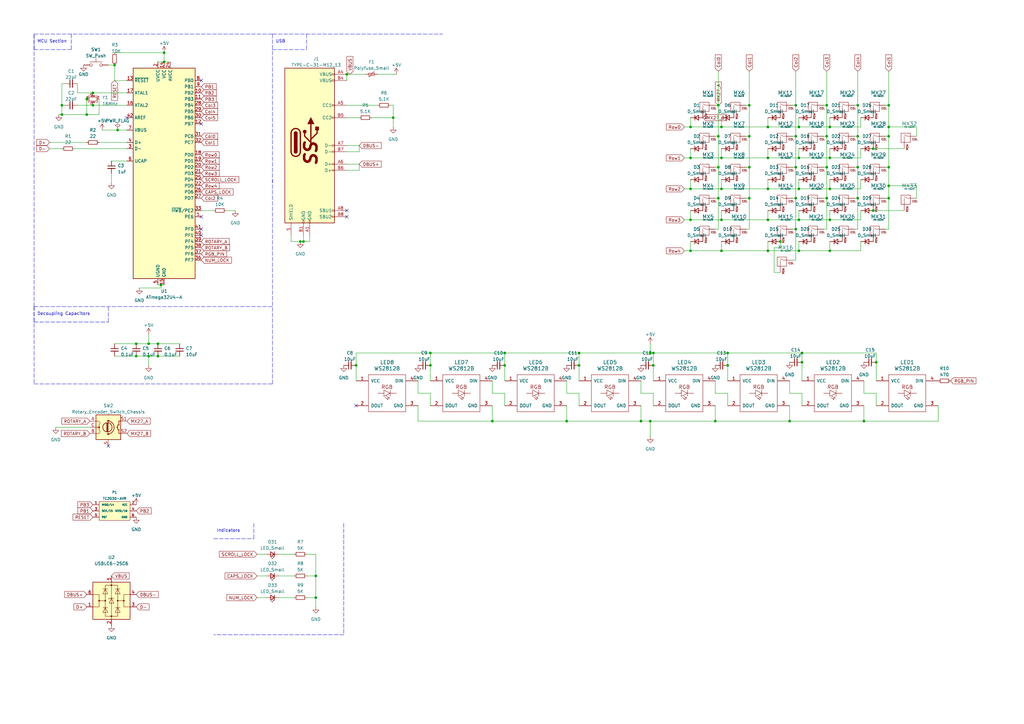
<source format=kicad_sch>
(kicad_sch (version 20210406) (generator eeschema)
  (paper "A3")
  (title_block (title "Ahoy Macropad") (rev "0.1"))
  (junction (at 25.4 43.18) (diameter 0.9144))
  (junction (at 25.4 46.99) (diameter 0.9144))
  (junction (at 35.56 40.64) (diameter 0.9144))
  (junction (at 35.56 46.99) (diameter 0.9144))
  (junction (at 38.1 38.1) (diameter 0.9144))
  (junction (at 38.1 43.18) (diameter 0.9144))
  (junction (at 46.99 26.67) (diameter 0.9144))
  (junction (at 48.26 53.34) (diameter 0.9144))
  (junction (at 55.88 140.97) (diameter 0.9144))
  (junction (at 55.88 146.05) (diameter 0.9144))
  (junction (at 60.96 140.97) (diameter 0.9144))
  (junction (at 60.96 146.05) (diameter 0.9144))
  (junction (at 64.77 140.97) (diameter 0.9144))
  (junction (at 64.77 146.05) (diameter 0.9144))
  (junction (at 66.04 116.84) (diameter 0.9144))
  (junction (at 67.31 21.59) (diameter 0.9144))
  (junction (at 67.31 25.4) (diameter 0.9144))
  (junction (at 123.19 99.06) (diameter 0.9144))
  (junction (at 124.46 99.06) (diameter 0.9144))
  (junction (at 129.54 236.22) (diameter 0.9144))
  (junction (at 129.54 245.11) (diameter 0.9144))
  (junction (at 142.24 30.48) (diameter 0.9144))
  (junction (at 146.05 149.86) (diameter 0.9144))
  (junction (at 161.29 48.26) (diameter 0.9144))
  (junction (at 176.53 144.78) (diameter 0.9144))
  (junction (at 176.53 149.86) (diameter 0.9144))
  (junction (at 201.93 172.72) (diameter 0.9144))
  (junction (at 207.01 144.78) (diameter 0.9144))
  (junction (at 207.01 149.86) (diameter 0.9144))
  (junction (at 232.41 172.72) (diameter 0.9144))
  (junction (at 237.49 144.78) (diameter 0.9144))
  (junction (at 237.49 149.86) (diameter 0.9144))
  (junction (at 262.89 172.72) (diameter 0.9144))
  (junction (at 266.7 144.78) (diameter 0.9144))
  (junction (at 266.7 172.72) (diameter 0.9144))
  (junction (at 267.97 144.78) (diameter 0.9144))
  (junction (at 267.97 149.86) (diameter 0.9144))
  (junction (at 283.21 52.07) (diameter 0.9144))
  (junction (at 283.21 64.77) (diameter 0.9144))
  (junction (at 283.21 77.47) (diameter 0.9144))
  (junction (at 283.21 90.17) (diameter 0.9144))
  (junction (at 283.21 102.87) (diameter 0.9144))
  (junction (at 293.37 172.72) (diameter 0.9144))
  (junction (at 294.64 43.18) (diameter 0.9144))
  (junction (at 294.64 55.88) (diameter 0.9144))
  (junction (at 294.64 68.58) (diameter 0.9144))
  (junction (at 294.64 81.28) (diameter 0.9144))
  (junction (at 295.91 52.07) (diameter 0.9144))
  (junction (at 295.91 64.77) (diameter 0.9144))
  (junction (at 295.91 77.47) (diameter 0.9144))
  (junction (at 295.91 90.17) (diameter 0.9144))
  (junction (at 295.91 102.87) (diameter 0.9144))
  (junction (at 298.45 144.78) (diameter 0.9144))
  (junction (at 298.45 149.86) (diameter 0.9144))
  (junction (at 307.34 43.18) (diameter 0.9144))
  (junction (at 307.34 55.88) (diameter 0.9144))
  (junction (at 307.34 68.58) (diameter 0.9144))
  (junction (at 307.34 81.28) (diameter 0.9144))
  (junction (at 314.96 52.07) (diameter 0.9144))
  (junction (at 314.96 64.77) (diameter 0.9144))
  (junction (at 314.96 77.47) (diameter 0.9144))
  (junction (at 314.96 90.17) (diameter 0.9144))
  (junction (at 314.96 102.87) (diameter 0.9144))
  (junction (at 320.04 99.06) (diameter 0.9144))
  (junction (at 323.85 172.72) (diameter 0.9144))
  (junction (at 326.39 43.18) (diameter 0.9144))
  (junction (at 326.39 55.88) (diameter 0.9144))
  (junction (at 326.39 68.58) (diameter 0.9144))
  (junction (at 326.39 81.28) (diameter 0.9144))
  (junction (at 326.39 93.98) (diameter 0.9144))
  (junction (at 327.66 52.07) (diameter 0.9144))
  (junction (at 327.66 64.77) (diameter 0.9144))
  (junction (at 327.66 77.47) (diameter 0.9144))
  (junction (at 327.66 90.17) (diameter 0.9144))
  (junction (at 327.66 102.87) (diameter 0.9144))
  (junction (at 328.93 144.78) (diameter 0.9144))
  (junction (at 328.93 148.59) (diameter 0.9144))
  (junction (at 339.09 43.18) (diameter 0.9144))
  (junction (at 339.09 55.88) (diameter 0.9144))
  (junction (at 339.09 68.58) (diameter 0.9144))
  (junction (at 339.09 81.28) (diameter 0.9144))
  (junction (at 340.36 52.07) (diameter 0.9144))
  (junction (at 340.36 64.77) (diameter 0.9144))
  (junction (at 340.36 77.47) (diameter 0.9144))
  (junction (at 340.36 90.17) (diameter 0.9144))
  (junction (at 340.36 102.87) (diameter 0.9144))
  (junction (at 351.79 43.18) (diameter 0.9144))
  (junction (at 351.79 55.88) (diameter 0.9144))
  (junction (at 351.79 68.58) (diameter 0.9144))
  (junction (at 351.79 81.28) (diameter 0.9144))
  (junction (at 354.33 172.72) (diameter 0.9144))
  (junction (at 358.14 60.96) (diameter 0.9144))
  (junction (at 358.14 86.36) (diameter 0.9144))
  (junction (at 359.41 148.59) (diameter 0.9144))
  (junction (at 364.49 43.18) (diameter 0.9144))
  (junction (at 364.49 52.07) (diameter 0.9144))
  (junction (at 364.49 55.88) (diameter 0.9144))
  (junction (at 364.49 68.58) (diameter 0.9144))
  (junction (at 364.49 76.2) (diameter 0.9144))
  (junction (at 364.49 81.28) (diameter 0.9144))
  (no_connect (at 44.45 182.88))
  (no_connect (at 52.07 48.26))
  (no_connect (at 82.55 33.02))
  (no_connect (at 82.55 50.8))
  (no_connect (at 82.55 88.9))
  (no_connect (at 82.55 93.98))
  (no_connect (at 82.55 96.52))
  (no_connect (at 142.24 86.36))
  (no_connect (at 142.24 88.9))
  (no_connect (at 146.05 166.37))
  (wire (pts (xy 20.32 58.42) (xy 35.56 58.42)))
  (wire (pts (xy 20.32 60.96) (xy 25.4 60.96)))
  (wire (pts (xy 22.86 175.26) (xy 36.83 175.26)))
  (wire (pts (xy 24.13 46.99) (xy 25.4 46.99)))
  (wire (pts (xy 25.4 34.29) (xy 25.4 43.18)))
  (wire (pts (xy 25.4 34.29) (xy 26.67 34.29)))
  (wire (pts (xy 25.4 43.18) (xy 25.4 46.99)))
  (wire (pts (xy 25.4 43.18) (xy 26.67 43.18)))
  (wire (pts (xy 25.4 46.99) (xy 35.56 46.99)))
  (wire (pts (xy 30.48 60.96) (xy 52.07 60.96)))
  (wire (pts (xy 31.75 34.29) (xy 31.75 38.1)))
  (wire (pts (xy 31.75 38.1) (xy 38.1 38.1)))
  (wire (pts (xy 31.75 43.18) (xy 38.1 43.18)))
  (wire (pts (xy 35.56 39.37) (xy 35.56 40.64)))
  (wire (pts (xy 35.56 46.99) (xy 35.56 40.64)))
  (wire (pts (xy 38.1 38.1) (xy 52.07 38.1)))
  (wire (pts (xy 38.1 43.18) (xy 52.07 43.18)))
  (wire (pts (xy 40.64 40.64) (xy 40.64 46.99)))
  (wire (pts (xy 40.64 46.99) (xy 35.56 46.99)))
  (wire (pts (xy 40.64 58.42) (xy 52.07 58.42)))
  (wire (pts (xy 41.91 53.34) (xy 48.26 53.34)))
  (wire (pts (xy 44.45 26.67) (xy 46.99 26.67)))
  (wire (pts (xy 45.72 66.04) (xy 52.07 66.04)))
  (wire (pts (xy 45.72 71.12) (xy 45.72 74.93)))
  (wire (pts (xy 46.99 21.59) (xy 67.31 21.59)))
  (wire (pts (xy 46.99 33.02) (xy 46.99 26.67)))
  (wire (pts (xy 46.99 33.02) (xy 52.07 33.02)))
  (wire (pts (xy 46.99 140.97) (xy 55.88 140.97)))
  (wire (pts (xy 46.99 146.05) (xy 55.88 146.05)))
  (wire (pts (xy 48.26 53.34) (xy 52.07 53.34)))
  (wire (pts (xy 55.88 146.05) (xy 60.96 146.05)))
  (wire (pts (xy 60.96 137.16) (xy 60.96 140.97)))
  (wire (pts (xy 60.96 140.97) (xy 55.88 140.97)))
  (wire (pts (xy 60.96 140.97) (xy 64.77 140.97)))
  (wire (pts (xy 60.96 146.05) (xy 60.96 149.86)))
  (wire (pts (xy 60.96 146.05) (xy 64.77 146.05)))
  (wire (pts (xy 64.77 25.4) (xy 67.31 25.4)))
  (wire (pts (xy 64.77 116.84) (xy 66.04 116.84)))
  (wire (pts (xy 64.77 140.97) (xy 73.66 140.97)))
  (wire (pts (xy 64.77 146.05) (xy 73.66 146.05)))
  (wire (pts (xy 66.04 116.84) (xy 66.04 118.11)))
  (wire (pts (xy 66.04 116.84) (xy 67.31 116.84)))
  (wire (pts (xy 66.04 118.11) (xy 57.15 118.11)))
  (wire (pts (xy 67.31 21.59) (xy 67.31 25.4)))
  (wire (pts (xy 67.31 25.4) (xy 69.85 25.4)))
  (wire (pts (xy 82.55 86.36) (xy 87.63 86.36)))
  (wire (pts (xy 92.71 86.36) (xy 96.52 86.36)))
  (wire (pts (xy 105.41 227.33) (xy 109.22 227.33)))
  (wire (pts (xy 105.41 236.22) (xy 109.22 236.22)))
  (wire (pts (xy 105.41 245.11) (xy 109.22 245.11)))
  (wire (pts (xy 114.3 227.33) (xy 120.65 227.33)))
  (wire (pts (xy 114.3 236.22) (xy 120.65 236.22)))
  (wire (pts (xy 114.3 245.11) (xy 120.65 245.11)))
  (wire (pts (xy 119.38 96.52) (xy 119.38 99.06)))
  (wire (pts (xy 119.38 99.06) (xy 123.19 99.06)))
  (wire (pts (xy 124.46 96.52) (xy 124.46 99.06)))
  (wire (pts (xy 124.46 99.06) (xy 123.19 99.06)))
  (wire (pts (xy 125.73 227.33) (xy 129.54 227.33)))
  (wire (pts (xy 125.73 236.22) (xy 129.54 236.22)))
  (wire (pts (xy 125.73 245.11) (xy 129.54 245.11)))
  (wire (pts (xy 127 96.52) (xy 127 99.06)))
  (wire (pts (xy 127 99.06) (xy 124.46 99.06)))
  (wire (pts (xy 129.54 227.33) (xy 129.54 236.22)))
  (wire (pts (xy 129.54 236.22) (xy 129.54 245.11)))
  (wire (pts (xy 129.54 245.11) (xy 129.54 248.92)))
  (wire (pts (xy 142.24 30.48) (xy 142.24 33.02)))
  (wire (pts (xy 142.24 30.48) (xy 149.86 30.48)))
  (wire (pts (xy 142.24 43.18) (xy 154.94 43.18)))
  (wire (pts (xy 142.24 48.26) (xy 147.32 48.26)))
  (wire (pts (xy 142.24 59.69) (xy 147.32 59.69)))
  (wire (pts (xy 142.24 62.23) (xy 147.32 62.23)))
  (wire (pts (xy 142.24 67.31) (xy 147.32 67.31)))
  (wire (pts (xy 142.24 69.85) (xy 147.32 69.85)))
  (wire (pts (xy 146.05 144.78) (xy 146.05 149.86)))
  (wire (pts (xy 146.05 144.78) (xy 176.53 144.78)))
  (wire (pts (xy 146.05 149.86) (xy 146.05 156.21)))
  (wire (pts (xy 147.32 62.23) (xy 147.32 59.69)))
  (wire (pts (xy 147.32 69.85) (xy 147.32 67.31)))
  (wire (pts (xy 152.4 48.26) (xy 161.29 48.26)))
  (wire (pts (xy 154.94 30.48) (xy 162.56 30.48)))
  (wire (pts (xy 160.02 43.18) (xy 161.29 43.18)))
  (wire (pts (xy 161.29 43.18) (xy 161.29 48.26)))
  (wire (pts (xy 161.29 48.26) (xy 161.29 52.07)))
  (wire (pts (xy 171.45 156.21) (xy 171.45 161.29)))
  (wire (pts (xy 171.45 166.37) (xy 171.45 172.72)))
  (wire (pts (xy 171.45 172.72) (xy 201.93 172.72)))
  (wire (pts (xy 176.53 144.78) (xy 176.53 149.86)))
  (wire (pts (xy 176.53 144.78) (xy 207.01 144.78)))
  (wire (pts (xy 176.53 149.86) (xy 176.53 156.21)))
  (wire (pts (xy 176.53 161.29) (xy 171.45 161.29)))
  (wire (pts (xy 176.53 166.37) (xy 176.53 161.29)))
  (wire (pts (xy 201.93 161.29) (xy 201.93 156.21)))
  (wire (pts (xy 201.93 172.72) (xy 201.93 166.37)))
  (wire (pts (xy 201.93 172.72) (xy 232.41 172.72)))
  (wire (pts (xy 207.01 144.78) (xy 207.01 149.86)))
  (wire (pts (xy 207.01 144.78) (xy 237.49 144.78)))
  (wire (pts (xy 207.01 149.86) (xy 207.01 156.21)))
  (wire (pts (xy 207.01 161.29) (xy 201.93 161.29)))
  (wire (pts (xy 207.01 166.37) (xy 207.01 161.29)))
  (wire (pts (xy 232.41 161.29) (xy 232.41 156.21)))
  (wire (pts (xy 232.41 172.72) (xy 232.41 166.37)))
  (wire (pts (xy 232.41 172.72) (xy 262.89 172.72)))
  (wire (pts (xy 237.49 144.78) (xy 237.49 149.86)))
  (wire (pts (xy 237.49 144.78) (xy 266.7 144.78)))
  (wire (pts (xy 237.49 149.86) (xy 237.49 156.21)))
  (wire (pts (xy 237.49 161.29) (xy 232.41 161.29)))
  (wire (pts (xy 237.49 166.37) (xy 237.49 161.29)))
  (wire (pts (xy 262.89 161.29) (xy 262.89 156.21)))
  (wire (pts (xy 262.89 172.72) (xy 262.89 166.37)))
  (wire (pts (xy 262.89 172.72) (xy 266.7 172.72)))
  (wire (pts (xy 266.7 140.97) (xy 266.7 144.78)))
  (wire (pts (xy 266.7 144.78) (xy 267.97 144.78)))
  (wire (pts (xy 266.7 172.72) (xy 266.7 179.07)))
  (wire (pts (xy 266.7 172.72) (xy 293.37 172.72)))
  (wire (pts (xy 267.97 144.78) (xy 267.97 149.86)))
  (wire (pts (xy 267.97 144.78) (xy 298.45 144.78)))
  (wire (pts (xy 267.97 149.86) (xy 267.97 156.21)))
  (wire (pts (xy 267.97 161.29) (xy 262.89 161.29)))
  (wire (pts (xy 267.97 166.37) (xy 267.97 161.29)))
  (wire (pts (xy 280.67 52.07) (xy 283.21 52.07)))
  (wire (pts (xy 280.67 64.77) (xy 283.21 64.77)))
  (wire (pts (xy 280.67 77.47) (xy 283.21 77.47)))
  (wire (pts (xy 280.67 90.17) (xy 283.21 90.17)))
  (wire (pts (xy 280.67 102.87) (xy 283.21 102.87)))
  (wire (pts (xy 283.21 48.26) (xy 283.21 52.07)))
  (wire (pts (xy 283.21 52.07) (xy 295.91 52.07)))
  (wire (pts (xy 283.21 60.96) (xy 283.21 64.77)))
  (wire (pts (xy 283.21 64.77) (xy 295.91 64.77)))
  (wire (pts (xy 283.21 73.66) (xy 283.21 77.47)))
  (wire (pts (xy 283.21 77.47) (xy 295.91 77.47)))
  (wire (pts (xy 283.21 86.36) (xy 283.21 90.17)))
  (wire (pts (xy 283.21 90.17) (xy 295.91 90.17)))
  (wire (pts (xy 283.21 99.06) (xy 283.21 102.87)))
  (wire (pts (xy 283.21 102.87) (xy 295.91 102.87)))
  (wire (pts (xy 293.37 161.29) (xy 293.37 156.21)))
  (wire (pts (xy 293.37 172.72) (xy 293.37 166.37)))
  (wire (pts (xy 293.37 172.72) (xy 323.85 172.72)))
  (wire (pts (xy 294.64 29.21) (xy 294.64 43.18)))
  (wire (pts (xy 294.64 43.18) (xy 293.37 43.18)))
  (wire (pts (xy 294.64 43.18) (xy 294.64 55.88)))
  (wire (pts (xy 294.64 55.88) (xy 293.37 55.88)))
  (wire (pts (xy 294.64 55.88) (xy 294.64 68.58)))
  (wire (pts (xy 294.64 68.58) (xy 293.37 68.58)))
  (wire (pts (xy 294.64 68.58) (xy 294.64 81.28)))
  (wire (pts (xy 294.64 81.28) (xy 293.37 81.28)))
  (wire (pts (xy 294.64 81.28) (xy 294.64 93.98)))
  (wire (pts (xy 294.64 93.98) (xy 293.37 93.98)))
  (wire (pts (xy 295.91 48.26) (xy 295.91 52.07)))
  (wire (pts (xy 295.91 52.07) (xy 314.96 52.07)))
  (wire (pts (xy 295.91 60.96) (xy 295.91 64.77)))
  (wire (pts (xy 295.91 64.77) (xy 314.96 64.77)))
  (wire (pts (xy 295.91 73.66) (xy 295.91 77.47)))
  (wire (pts (xy 295.91 77.47) (xy 314.96 77.47)))
  (wire (pts (xy 295.91 86.36) (xy 295.91 90.17)))
  (wire (pts (xy 295.91 90.17) (xy 314.96 90.17)))
  (wire (pts (xy 295.91 99.06) (xy 295.91 102.87)))
  (wire (pts (xy 295.91 102.87) (xy 314.96 102.87)))
  (wire (pts (xy 298.45 144.78) (xy 298.45 149.86)))
  (wire (pts (xy 298.45 144.78) (xy 328.93 144.78)))
  (wire (pts (xy 298.45 149.86) (xy 298.45 156.21)))
  (wire (pts (xy 298.45 161.29) (xy 293.37 161.29)))
  (wire (pts (xy 298.45 166.37) (xy 298.45 161.29)))
  (wire (pts (xy 306.07 43.18) (xy 307.34 43.18)))
  (wire (pts (xy 307.34 29.21) (xy 307.34 43.18)))
  (wire (pts (xy 307.34 43.18) (xy 307.34 55.88)))
  (wire (pts (xy 307.34 55.88) (xy 306.07 55.88)))
  (wire (pts (xy 307.34 55.88) (xy 307.34 68.58)))
  (wire (pts (xy 307.34 68.58) (xy 306.07 68.58)))
  (wire (pts (xy 307.34 68.58) (xy 307.34 81.28)))
  (wire (pts (xy 307.34 81.28) (xy 306.07 81.28)))
  (wire (pts (xy 307.34 81.28) (xy 307.34 93.98)))
  (wire (pts (xy 307.34 93.98) (xy 306.07 93.98)))
  (wire (pts (xy 314.96 48.26) (xy 314.96 52.07)))
  (wire (pts (xy 314.96 52.07) (xy 327.66 52.07)))
  (wire (pts (xy 314.96 60.96) (xy 314.96 64.77)))
  (wire (pts (xy 314.96 64.77) (xy 327.66 64.77)))
  (wire (pts (xy 314.96 73.66) (xy 314.96 77.47)))
  (wire (pts (xy 314.96 77.47) (xy 327.66 77.47)))
  (wire (pts (xy 314.96 86.36) (xy 314.96 90.17)))
  (wire (pts (xy 314.96 90.17) (xy 327.66 90.17)))
  (wire (pts (xy 314.96 99.06) (xy 314.96 102.87)))
  (wire (pts (xy 314.96 102.87) (xy 327.66 102.87)))
  (wire (pts (xy 317.5 101.6) (xy 320.04 101.6)))
  (wire (pts (xy 317.5 111.76) (xy 317.5 101.6)))
  (wire (pts (xy 320.04 101.6) (xy 320.04 99.06)))
  (wire (pts (xy 320.04 111.76) (xy 317.5 111.76)))
  (wire (pts (xy 323.85 161.29) (xy 323.85 156.21)))
  (wire (pts (xy 323.85 172.72) (xy 323.85 166.37)))
  (wire (pts (xy 323.85 172.72) (xy 354.33 172.72)))
  (wire (pts (xy 325.12 43.18) (xy 326.39 43.18)))
  (wire (pts (xy 325.12 68.58) (xy 326.39 68.58)))
  (wire (pts (xy 325.12 93.98) (xy 326.39 93.98)))
  (wire (pts (xy 326.39 29.21) (xy 326.39 43.18)))
  (wire (pts (xy 326.39 43.18) (xy 326.39 55.88)))
  (wire (pts (xy 326.39 55.88) (xy 325.12 55.88)))
  (wire (pts (xy 326.39 55.88) (xy 326.39 68.58)))
  (wire (pts (xy 326.39 68.58) (xy 326.39 81.28)))
  (wire (pts (xy 326.39 81.28) (xy 325.12 81.28)))
  (wire (pts (xy 326.39 93.98) (xy 326.39 81.28)))
  (wire (pts (xy 326.39 93.98) (xy 326.39 106.68)))
  (wire (pts (xy 326.39 106.68) (xy 325.12 106.68)))
  (wire (pts (xy 327.66 48.26) (xy 327.66 52.07)))
  (wire (pts (xy 327.66 52.07) (xy 340.36 52.07)))
  (wire (pts (xy 327.66 60.96) (xy 327.66 64.77)))
  (wire (pts (xy 327.66 64.77) (xy 340.36 64.77)))
  (wire (pts (xy 327.66 73.66) (xy 327.66 77.47)))
  (wire (pts (xy 327.66 77.47) (xy 340.36 77.47)))
  (wire (pts (xy 327.66 86.36) (xy 327.66 90.17)))
  (wire (pts (xy 327.66 90.17) (xy 340.36 90.17)))
  (wire (pts (xy 327.66 99.06) (xy 327.66 102.87)))
  (wire (pts (xy 327.66 102.87) (xy 340.36 102.87)))
  (wire (pts (xy 328.93 144.78) (xy 328.93 148.59)))
  (wire (pts (xy 328.93 144.78) (xy 359.41 144.78)))
  (wire (pts (xy 328.93 148.59) (xy 328.93 156.21)))
  (wire (pts (xy 328.93 161.29) (xy 323.85 161.29)))
  (wire (pts (xy 328.93 166.37) (xy 328.93 161.29)))
  (wire (pts (xy 339.09 29.21) (xy 339.09 43.18)))
  (wire (pts (xy 339.09 43.18) (xy 337.82 43.18)))
  (wire (pts (xy 339.09 43.18) (xy 339.09 55.88)))
  (wire (pts (xy 339.09 55.88) (xy 337.82 55.88)))
  (wire (pts (xy 339.09 55.88) (xy 339.09 68.58)))
  (wire (pts (xy 339.09 68.58) (xy 337.82 68.58)))
  (wire (pts (xy 339.09 68.58) (xy 339.09 81.28)))
  (wire (pts (xy 339.09 81.28) (xy 337.82 81.28)))
  (wire (pts (xy 339.09 81.28) (xy 339.09 93.98)))
  (wire (pts (xy 339.09 93.98) (xy 337.82 93.98)))
  (wire (pts (xy 340.36 48.26) (xy 340.36 52.07)))
  (wire (pts (xy 340.36 52.07) (xy 353.06 52.07)))
  (wire (pts (xy 340.36 60.96) (xy 340.36 64.77)))
  (wire (pts (xy 340.36 64.77) (xy 353.06 64.77)))
  (wire (pts (xy 340.36 73.66) (xy 340.36 77.47)))
  (wire (pts (xy 340.36 77.47) (xy 353.06 77.47)))
  (wire (pts (xy 340.36 86.36) (xy 340.36 90.17)))
  (wire (pts (xy 340.36 90.17) (xy 353.06 90.17)))
  (wire (pts (xy 340.36 99.06) (xy 340.36 102.87)))
  (wire (pts (xy 340.36 102.87) (xy 353.06 102.87)))
  (wire (pts (xy 351.79 29.21) (xy 351.79 43.18)))
  (wire (pts (xy 351.79 43.18) (xy 350.52 43.18)))
  (wire (pts (xy 351.79 43.18) (xy 351.79 55.88)))
  (wire (pts (xy 351.79 55.88) (xy 350.52 55.88)))
  (wire (pts (xy 351.79 55.88) (xy 351.79 68.58)))
  (wire (pts (xy 351.79 68.58) (xy 350.52 68.58)))
  (wire (pts (xy 351.79 68.58) (xy 351.79 81.28)))
  (wire (pts (xy 351.79 81.28) (xy 350.52 81.28)))
  (wire (pts (xy 351.79 81.28) (xy 351.79 93.98)))
  (wire (pts (xy 351.79 93.98) (xy 350.52 93.98)))
  (wire (pts (xy 353.06 48.26) (xy 353.06 52.07)))
  (wire (pts (xy 353.06 60.96) (xy 353.06 64.77)))
  (wire (pts (xy 353.06 77.47) (xy 353.06 73.66)))
  (wire (pts (xy 353.06 90.17) (xy 353.06 86.36)))
  (wire (pts (xy 353.06 102.87) (xy 353.06 99.06)))
  (wire (pts (xy 354.33 161.29) (xy 354.33 156.21)))
  (wire (pts (xy 354.33 172.72) (xy 354.33 166.37)))
  (wire (pts (xy 354.33 172.72) (xy 384.81 172.72)))
  (wire (pts (xy 358.14 60.96) (xy 370.84 60.96)))
  (wire (pts (xy 358.14 86.36) (xy 370.84 86.36)))
  (wire (pts (xy 359.41 144.78) (xy 359.41 148.59)))
  (wire (pts (xy 359.41 148.59) (xy 359.41 156.21)))
  (wire (pts (xy 359.41 161.29) (xy 354.33 161.29)))
  (wire (pts (xy 359.41 166.37) (xy 359.41 161.29)))
  (wire (pts (xy 363.22 68.58) (xy 364.49 68.58)))
  (wire (pts (xy 364.49 29.21) (xy 364.49 43.18)))
  (wire (pts (xy 364.49 43.18) (xy 363.22 43.18)))
  (wire (pts (xy 364.49 43.18) (xy 364.49 52.07)))
  (wire (pts (xy 364.49 52.07) (xy 364.49 55.88)))
  (wire (pts (xy 364.49 52.07) (xy 375.92 52.07)))
  (wire (pts (xy 364.49 55.88) (xy 363.22 55.88)))
  (wire (pts (xy 364.49 55.88) (xy 364.49 68.58)))
  (wire (pts (xy 364.49 68.58) (xy 364.49 76.2)))
  (wire (pts (xy 364.49 76.2) (xy 364.49 81.28)))
  (wire (pts (xy 364.49 76.2) (xy 375.92 76.2)))
  (wire (pts (xy 364.49 81.28) (xy 363.22 81.28)))
  (wire (pts (xy 364.49 81.28) (xy 364.49 93.98)))
  (wire (pts (xy 364.49 93.98) (xy 363.22 93.98)))
  (wire (pts (xy 375.92 52.07) (xy 375.92 55.88)))
  (wire (pts (xy 375.92 76.2) (xy 375.92 81.28)))
  (wire (pts (xy 384.81 172.72) (xy 384.81 166.37)))
  (polyline (pts (xy 13.97 13.97) (xy 13.97 20.32)) (stroke (width 0) (type dash)))
  (polyline (pts (xy 13.97 13.97) (xy 111.76 13.97)) (stroke (width 0) (type dash)))
  (polyline (pts (xy 13.97 20.32) (xy 29.21 20.32)) (stroke (width 0) (type dash)))
  (polyline (pts (xy 13.97 125.73) (xy 13.97 13.97)) (stroke (width 0) (type dash)))
  (polyline (pts (xy 13.97 125.73) (xy 13.97 132.08)) (stroke (width 0) (type dash)))
  (polyline (pts (xy 13.97 125.73) (xy 13.97 157.48)) (stroke (width 0) (type dash)))
  (polyline (pts (xy 13.97 125.73) (xy 111.76 125.73)) (stroke (width 0) (type dash)))
  (polyline (pts (xy 13.97 132.08) (xy 44.45 132.08)) (stroke (width 0) (type dash)))
  (polyline (pts (xy 13.97 157.48) (xy 111.76 157.48)) (stroke (width 0) (type dash)))
  (polyline (pts (xy 29.21 13.97) (xy 29.21 20.32)) (stroke (width 0) (type dash)))
  (polyline (pts (xy 44.45 132.08) (xy 44.45 125.73)) (stroke (width 0) (type dash)))
  (polyline (pts (xy 87.63 220.98) (xy 104.14 220.98)) (stroke (width 0) (type dash)))
  (polyline (pts (xy 104.14 214.63) (xy 104.14 220.98)) (stroke (width 0) (type dash)))
  (polyline (pts (xy 111.76 13.97) (xy 111.76 125.73)) (stroke (width 0) (type dash)))
  (polyline (pts (xy 111.76 13.97) (xy 181.61 13.97)) (stroke (width 0) (type dash)))
  (polyline (pts (xy 111.76 20.32) (xy 125.73 20.32)) (stroke (width 0) (type dash)))
  (polyline (pts (xy 111.76 74.93) (xy 111.76 73.66)) (stroke (width 0) (type dash)))
  (polyline (pts (xy 111.76 157.48) (xy 111.76 125.73)) (stroke (width 0) (type dash)))
  (polyline (pts (xy 125.73 13.97) (xy 125.73 20.32)) (stroke (width 0) (type dash)))
  (polyline (pts (xy 140.97 214.63) (xy 140.97 260.35)) (stroke (width 0) (type dash)))
  (polyline (pts (xy 140.97 260.35) (xy 87.63 260.35)) (stroke (width 0) (type dash)))
  (text "MCU Section" (at 15.24 17.78 0) (effects (font (size 1.27 1.27)) (justify left bottom)))
  (text "Decoupling Capacitors" (at 15.24 129.54 0) (effects (font (size 1.27 1.27)) (justify left bottom)))
  (text "Indicators" (at 88.9 218.44 0) (effects (font (size 1.27 1.27)) (justify left bottom)))
  (text "USB" (at 113.03 17.78 0) (effects (font (size 1.27 1.27)) (justify left bottom)))
  (global_label "D+" (shape input) (at 20.32 58.42 180) (property "Intersheet References" "${INTERSHEET_REFS}" (effects hide)))
  (global_label "D-" (shape input) (at 20.32 60.96 180) (property "Intersheet References" "${INTERSHEET_REFS}" (effects hide)))
  (global_label "DBUS+" (shape input) (at 35.56 243.84 180) (property "Intersheet References" "${INTERSHEET_REFS}" (effects hide)))
  (global_label "D+" (shape input) (at 35.56 248.92 180) (property "Intersheet References" "${INTERSHEET_REFS}" (effects hide)))
  (global_label "ROTARY_A" (shape input) (at 36.83 172.72 180) (property "Intersheet References" "${INTERSHEET_REFS}" (effects hide)))
  (global_label "ROTARY_B" (shape input) (at 36.83 177.8 180) (property "Intersheet References" "${INTERSHEET_REFS}" (effects hide)))
  (global_label "PB3" (shape input) (at 38.1 207.01 180) (property "Intersheet References" "${INTERSHEET_REFS}" (effects hide)))
  (global_label "PB1" (shape input) (at 38.1 209.55 180) (property "Intersheet References" "${INTERSHEET_REFS}" (effects hide)))
  (global_label "RESET" (shape input) (at 38.1 212.09 180) (property "Intersheet References" "${INTERSHEET_REFS}" (effects hide)))
  (global_label "VBUS" (shape input) (at 45.72 236.22 0) (property "Intersheet References" "${INTERSHEET_REFS}" (effects hide)))
  (global_label "RESET" (shape input) (at 46.99 33.02 270) (property "Intersheet References" "${INTERSHEET_REFS}" (effects hide)))
  (global_label "MX27_A" (shape input) (at 52.07 172.72 0) (property "Intersheet References" "${INTERSHEET_REFS}" (effects hide)))
  (global_label "MX27_B" (shape input) (at 52.07 177.8 0) (property "Intersheet References" "${INTERSHEET_REFS}" (effects hide)))
  (global_label "PB2" (shape input) (at 55.88 209.55 0) (property "Intersheet References" "${INTERSHEET_REFS}" (effects hide)))
  (global_label "DBUS-" (shape input) (at 55.88 243.84 0) (property "Intersheet References" "${INTERSHEET_REFS}" (effects hide)))
  (global_label "D-" (shape input) (at 55.88 248.92 0) (property "Intersheet References" "${INTERSHEET_REFS}" (effects hide)))
  (global_label "PB1" (shape input) (at 82.55 35.56 0) (property "Intersheet References" "${INTERSHEET_REFS}" (effects hide)))
  (global_label "PB2" (shape input) (at 82.55 38.1 0) (property "Intersheet References" "${INTERSHEET_REFS}" (effects hide)))
  (global_label "PB3" (shape input) (at 82.55 40.64 0) (property "Intersheet References" "${INTERSHEET_REFS}" (effects hide)))
  (global_label "Col3" (shape input) (at 82.55 43.18 0) (property "Intersheet References" "${INTERSHEET_REFS}" (effects hide)))
  (global_label "Col4" (shape input) (at 82.55 45.72 0) (property "Intersheet References" "${INTERSHEET_REFS}" (effects hide)))
  (global_label "Col5" (shape input) (at 82.55 48.26 0) (property "Intersheet References" "${INTERSHEET_REFS}" (effects hide)))
  (global_label "Col0" (shape input) (at 82.55 55.88 0) (property "Intersheet References" "${INTERSHEET_REFS}" (effects hide)))
  (global_label "Col1" (shape input) (at 82.55 58.42 0) (property "Intersheet References" "${INTERSHEET_REFS}" (effects hide)))
  (global_label "Row0" (shape input) (at 82.55 63.5 0) (property "Intersheet References" "${INTERSHEET_REFS}" (effects hide)))
  (global_label "Row1" (shape input) (at 82.55 66.04 0) (property "Intersheet References" "${INTERSHEET_REFS}" (effects hide)))
  (global_label "Row2" (shape input) (at 82.55 68.58 0) (property "Intersheet References" "${INTERSHEET_REFS}" (effects hide)))
  (global_label "Row3" (shape input) (at 82.55 71.12 0) (property "Intersheet References" "${INTERSHEET_REFS}" (effects hide)))
  (global_label "SCROLL_LOCK" (shape input) (at 82.55 73.66 0) (property "Intersheet References" "${INTERSHEET_REFS}" (effects hide)))
  (global_label "Row4" (shape input) (at 82.55 76.2 0) (property "Intersheet References" "${INTERSHEET_REFS}" (effects hide)))
  (global_label "CAPS_LOCK" (shape input) (at 82.55 78.74 0) (property "Intersheet References" "${INTERSHEET_REFS}" (effects hide)))
  (global_label "Col2" (shape input) (at 82.55 81.28 0) (property "Intersheet References" "${INTERSHEET_REFS}" (effects hide)))
  (global_label "ROTARY_A" (shape input) (at 82.55 99.06 0) (property "Intersheet References" "${INTERSHEET_REFS}" (effects hide)))
  (global_label "ROTARY_B" (shape input) (at 82.55 101.6 0) (property "Intersheet References" "${INTERSHEET_REFS}" (effects hide)))
  (global_label "RGB_PIN" (shape input) (at 82.55 104.14 0) (property "Intersheet References" "${INTERSHEET_REFS}" (effects hide)))
  (global_label "NUM_LOCK" (shape input) (at 82.55 106.68 0) (property "Intersheet References" "${INTERSHEET_REFS}" (effects hide)))
  (global_label "SCROLL_LOCK" (shape input) (at 105.41 227.33 180) (property "Intersheet References" "${INTERSHEET_REFS}" (effects hide)))
  (global_label "CAPS_LOCK" (shape input) (at 105.41 236.22 180) (property "Intersheet References" "${INTERSHEET_REFS}" (effects hide)))
  (global_label "NUM_LOCK" (shape input) (at 105.41 245.11 180) (property "Intersheet References" "${INTERSHEET_REFS}" (effects hide)))
  (global_label "VBUS" (shape input) (at 143.51 30.48 90) (property "Intersheet References" "${INTERSHEET_REFS}" (effects hide)))
  (global_label "DBUS-" (shape input) (at 147.32 59.69 0) (property "Intersheet References" "${INTERSHEET_REFS}" (effects hide)))
  (global_label "DBUS+" (shape input) (at 147.32 67.31 0) (property "Intersheet References" "${INTERSHEET_REFS}" (effects hide)))
  (global_label "Row0" (shape input) (at 280.67 52.07 180) (property "Intersheet References" "${INTERSHEET_REFS}" (effects hide)))
  (global_label "Row1" (shape input) (at 280.67 64.77 180) (property "Intersheet References" "${INTERSHEET_REFS}" (effects hide)))
  (global_label "Row2" (shape input) (at 280.67 77.47 180) (property "Intersheet References" "${INTERSHEET_REFS}" (effects hide)))
  (global_label "Row3" (shape input) (at 280.67 90.17 180) (property "Intersheet References" "${INTERSHEET_REFS}" (effects hide)))
  (global_label "Row4" (shape input) (at 280.67 102.87 180) (property "Intersheet References" "${INTERSHEET_REFS}" (effects hide)))
  (global_label "MX27_B" (shape input) (at 288.29 48.26 0) (property "Intersheet References" "${INTERSHEET_REFS}" (effects hide)))
  (global_label "Col0" (shape input) (at 294.64 29.21 90) (property "Intersheet References" "${INTERSHEET_REFS}" (effects hide)))
  (global_label "MX27_A" (shape input) (at 294.64 43.18 90) (property "Intersheet References" "${INTERSHEET_REFS}" (effects hide)))
  (global_label "Col1" (shape input) (at 307.34 29.21 90) (property "Intersheet References" "${INTERSHEET_REFS}" (effects hide)))
  (global_label "Col2" (shape input) (at 326.39 29.21 90) (property "Intersheet References" "${INTERSHEET_REFS}" (effects hide)))
  (global_label "Col3" (shape input) (at 339.09 29.21 90) (property "Intersheet References" "${INTERSHEET_REFS}" (effects hide)))
  (global_label "Col4" (shape input) (at 351.79 29.21 90) (property "Intersheet References" "${INTERSHEET_REFS}" (effects hide)))
  (global_label "Col5" (shape input) (at 364.49 29.21 90) (property "Intersheet References" "${INTERSHEET_REFS}" (effects hide)))
  (global_label "RGB_PIN" (shape input) (at 389.89 156.21 0) (property "Intersheet References" "${INTERSHEET_REFS}" (effects hide)))
  (symbol (lib_id "power:+5V") (at 41.91 53.34 0) (unit 1)
    (property "Reference" "#PWR03" (effects hide))
    (property "Value" "+5V" (at 41.91 49.53 0))
  )
  (symbol (lib_id "power:+5V") (at 55.88 207.01 0) (unit 1)
    (property "Reference" "#PWR0105" (effects hide))
    (property "Value" "+5V" (at 55.88 203.2 0))
  )
  (symbol (lib_id "power:+5V") (at 60.96 137.16 0) (unit 1)
    (property "Reference" "#PWR06" (effects hide))
    (property "Value" "+5V" (at 60.96 133.35 0))
  )
  (symbol (lib_id "power:+5V") (at 67.31 21.59 0) (unit 1)
    (property "Reference" "#PWR08" (effects hide))
    (property "Value" "+5V" (at 67.31 17.78 0))
  )
  (symbol (lib_id "power:+5V") (at 162.56 30.48 0) (unit 1)
    (property "Reference" "#PWR013" (effects hide))
    (property "Value" "+5V" (at 162.56 26.67 0))
  )
  (symbol (lib_id "power:+5V") (at 266.7 140.97 0) (unit 1)
    (property "Reference" "#PWR0102" (effects hide))
    (property "Value" "+5V" (at 266.7 137.16 0))
  )
  (symbol (lib_id "power:PWR_FLAG") (at 48.26 53.34 0) (unit 1)
    (property "Reference" "#FLG0101" (effects hide))
    (property "Value" "PWR_FLAG" (at 48.26 49.53 0))
  )
  (symbol (lib_id "power:GND") (at 22.86 175.26 0) (unit 1)
    (property "Reference" "#PWR0103" (effects hide))
    (property "Value" "GND" (at 22.86 180.34 0))
  )
  (symbol (lib_id "power:GND") (at 24.13 46.99 0) (unit 1)
    (property "Reference" "#PWR01" (effects hide))
    (property "Value" "GND" (at 24.13 52.07 0))
  )
  (symbol (lib_id "power:GND") (at 34.29 26.67 0) (unit 1)
    (property "Reference" "#PWR02" (effects hide))
    (property "Value" "GND" (at 34.29 30.48 0))
  )
  (symbol (lib_id "power:GND") (at 45.72 74.93 0) (unit 1)
    (property "Reference" "#PWR04" (effects hide))
    (property "Value" "GND" (at 45.72 80.01 0))
  )
  (symbol (lib_id "power:GND") (at 45.72 256.54 0) (unit 1)
    (property "Reference" "#PWR0106" (effects hide))
    (property "Value" "GND" (at 45.72 261.62 0))
  )
  (symbol (lib_id "power:GND") (at 55.88 212.09 0) (unit 1)
    (property "Reference" "#PWR0104" (effects hide))
    (property "Value" "GND" (at 55.88 217.17 0))
  )
  (symbol (lib_id "power:GND") (at 57.15 118.11 0) (unit 1)
    (property "Reference" "#PWR05" (effects hide))
    (property "Value" "GND" (at 57.15 123.19 0))
  )
  (symbol (lib_id "power:GND") (at 60.96 149.86 0) (unit 1)
    (property "Reference" "#PWR07" (effects hide))
    (property "Value" "GND" (at 60.96 154.94 0))
  )
  (symbol (lib_id "power:GND") (at 96.52 86.36 0) (unit 1)
    (property "Reference" "#PWR09" (effects hide))
    (property "Value" "GND" (at 96.52 91.44 0))
  )
  (symbol (lib_id "power:GND") (at 123.19 99.06 0) (unit 1)
    (property "Reference" "#PWR010" (effects hide))
    (property "Value" "GND" (at 123.19 104.14 0))
  )
  (symbol (lib_id "power:GND") (at 129.54 248.92 0) (unit 1)
    (property "Reference" "#PWR014" (effects hide))
    (property "Value" "GND" (at 129.54 254 0))
  )
  (symbol (lib_id "power:GND") (at 140.97 149.86 0) (unit 1)
    (property "Reference" "#PWR0111" (effects hide))
    (property "Value" "GND" (at 140.97 154.94 0))
  )
  (symbol (lib_id "power:GND") (at 161.29 52.07 0) (unit 1)
    (property "Reference" "#PWR012" (effects hide))
    (property "Value" "GND" (at 161.29 57.15 0))
  )
  (symbol (lib_id "power:GND") (at 171.45 149.86 0) (unit 1)
    (property "Reference" "#PWR0114" (effects hide))
    (property "Value" "GND" (at 171.45 154.94 0))
  )
  (symbol (lib_id "power:GND") (at 201.93 149.86 0) (unit 1)
    (property "Reference" "#PWR0112" (effects hide))
    (property "Value" "GND" (at 201.93 154.94 0))
  )
  (symbol (lib_id "power:GND") (at 232.41 149.86 0) (unit 1)
    (property "Reference" "#PWR0113" (effects hide))
    (property "Value" "GND" (at 232.41 154.94 0))
  )
  (symbol (lib_id "power:GND") (at 262.89 149.86 0) (unit 1)
    (property "Reference" "#PWR0107" (effects hide))
    (property "Value" "GND" (at 262.89 154.94 0))
  )
  (symbol (lib_id "power:GND") (at 266.7 179.07 0) (unit 1)
    (property "Reference" "#PWR0101" (effects hide))
    (property "Value" "GND" (at 266.7 184.15 0))
  )
  (symbol (lib_id "power:GND") (at 293.37 149.86 0) (unit 1)
    (property "Reference" "#PWR0108" (effects hide))
    (property "Value" "GND" (at 293.37 154.94 0))
  )
  (symbol (lib_id "power:GND") (at 323.85 148.59 0) (unit 1)
    (property "Reference" "#PWR0109" (effects hide))
    (property "Value" "GND" (at 323.85 153.67 0))
  )
  (symbol (lib_id "power:GND") (at 354.33 148.59 0) (unit 1)
    (property "Reference" "#PWR0110" (effects hide))
    (property "Value" "GND" (at 354.33 153.67 0))
  )
  (symbol (lib_id "Device:R_Small") (at 27.94 60.96 90) (unit 1)
    (property "Reference" "R1" (at 27.94 55.88 90))
    (property "Value" "22" (at 27.94 58.42 90))
    (property "Footprint" "Resistor_SMD:R_0805_2012Metric" (effects hide))
  )
  (symbol (lib_id "Device:R_Small") (at 38.1 58.42 270) (unit 1)
    (property "Reference" "R2" (at 38.1 53.34 90))
    (property "Value" "22" (at 38.1 55.88 90))
    (property "Footprint" "Resistor_SMD:R_0805_2012Metric" (effects hide))
  )
  (symbol (lib_id "Device:R_Small") (at 46.99 24.13 0) (unit 1)
    (property "Reference" "R3" (at 45.72 18.4149 0) (effects (justify left)))
    (property "Value" "10K" (at 45.72 20.9549 0) (effects (justify left)))
    (property "Footprint" "Resistor_SMD:R_0805_2012Metric" (effects hide))
  )
  (symbol (lib_id "Device:R_Small") (at 90.17 86.36 90) (unit 1)
    (property "Reference" "R4" (at 90.17 81.28 90))
    (property "Value" "10K" (at 90.17 83.82 90))
    (property "Footprint" "Resistor_SMD:R_0805_2012Metric" (effects hide))
  )
  (symbol (lib_id "Device:R_Small") (at 123.19 227.33 270) (unit 1)
    (property "Reference" "R7" (at 123.19 222.25 90))
    (property "Value" "5K" (at 123.19 224.79 90))
    (property "Footprint" "Resistor_SMD:R_0805_2012Metric" (effects hide))
  )
  (symbol (lib_id "Device:R_Small") (at 123.19 236.22 90) (unit 1)
    (property "Reference" "R8" (at 123.19 231.14 90))
    (property "Value" "5K" (at 123.19 233.68 90))
    (property "Footprint" "Resistor_SMD:R_0805_2012Metric" (effects hide))
  )
  (symbol (lib_id "Device:R_Small") (at 123.19 245.11 90) (unit 1)
    (property "Reference" "R9" (at 123.19 240.03 90))
    (property "Value" "5K" (at 123.19 242.57 90))
    (property "Footprint" "Resistor_SMD:R_0805_2012Metric" (effects hide))
  )
  (symbol (lib_id "Device:R_Small") (at 149.86 48.26 270) (unit 1)
    (property "Reference" "R5" (at 149.86 43.18 90))
    (property "Value" "5.1K" (at 149.86 45.72 90))
    (property "Footprint" "Resistor_SMD:R_0805_2012Metric" (effects hide))
  )
  (symbol (lib_id "Device:R_Small") (at 157.48 43.18 270) (unit 1)
    (property "Reference" "R6" (at 157.48 38.1 90))
    (property "Value" "5.1K" (at 157.48 40.64 90))
    (property "Footprint" "Resistor_SMD:R_0805_2012Metric" (effects hide))
  )
  (symbol (lib_id "Device:R_Small") (at 387.35 156.21 90) (unit 1)
    (property "Reference" "R10" (at 387.35 151.13 90))
    (property "Value" "470" (at 387.35 153.67 90))
    (property "Footprint" "Resistor_SMD:R_0805_2012Metric" (effects hide))
  )
  (symbol (lib_id "Device:Polyfuse_Small") (at 152.4 30.48 90) (unit 1)
    (property "Reference" "F1" (at 152.4 25.4 90))
    (property "Value" "Polyfuse_Small" (at 152.4 27.94 90))
    (property "Footprint" "Fuse:Fuse_1206_3216Metric" (effects hide))
  )
  (symbol (lib_id "Device:D_Small") (at 285.75 48.26 0) (unit 1)
    (property "Reference" "D1" (at 285.75 43.18 0))
    (property "Value" "D_Small" (at 285.75 45.72 0))
    (property "Footprint" "Diode_SMD:D_SOD-123" (effects hide))
  )
  (symbol (lib_id "Device:D_Small") (at 285.75 60.96 0) (unit 1)
    (property "Reference" "D2" (at 285.75 55.88 0))
    (property "Value" "D_Small" (at 285.75 58.42 0))
    (property "Footprint" "Diode_SMD:D_SOD-123" (effects hide))
  )
  (symbol (lib_id "Device:D_Small") (at 285.75 73.66 0) (unit 1)
    (property "Reference" "D3" (at 285.75 68.58 0))
    (property "Value" "D_Small" (at 285.75 71.12 0))
    (property "Footprint" "Diode_SMD:D_SOD-123" (effects hide))
  )
  (symbol (lib_id "Device:D_Small") (at 285.75 86.36 0) (unit 1)
    (property "Reference" "D4" (at 285.75 81.28 0))
    (property "Value" "D_Small" (at 285.75 83.82 0))
    (property "Footprint" "Diode_SMD:D_SOD-123" (effects hide))
  )
  (symbol (lib_id "Device:D_Small") (at 285.75 99.06 0) (unit 1)
    (property "Reference" "D5" (at 285.75 93.98 0))
    (property "Value" "D_Small" (at 285.75 96.52 0))
    (property "Footprint" "Diode_SMD:D_SOD-123" (effects hide))
  )
  (symbol (lib_id "Device:D_Small") (at 298.45 48.26 0) (unit 1)
    (property "Reference" "D6" (at 298.45 43.18 0))
    (property "Value" "D_Small" (at 298.45 45.72 0))
    (property "Footprint" "Diode_SMD:D_SOD-123" (effects hide))
  )
  (symbol (lib_id "Device:D_Small") (at 298.45 60.96 0) (unit 1)
    (property "Reference" "D7" (at 298.45 55.88 0))
    (property "Value" "D_Small" (at 298.45 58.42 0))
    (property "Footprint" "Diode_SMD:D_SOD-123" (effects hide))
  )
  (symbol (lib_id "Device:D_Small") (at 298.45 73.66 0) (unit 1)
    (property "Reference" "D8" (at 298.45 68.58 0))
    (property "Value" "D_Small" (at 298.45 71.12 0))
    (property "Footprint" "Diode_SMD:D_SOD-123" (effects hide))
  )
  (symbol (lib_id "Device:D_Small") (at 298.45 86.36 0) (unit 1)
    (property "Reference" "D9" (at 298.45 81.28 0))
    (property "Value" "D_Small" (at 298.45 83.82 0))
    (property "Footprint" "Diode_SMD:D_SOD-123" (effects hide))
  )
  (symbol (lib_id "Device:D_Small") (at 298.45 99.06 0) (unit 1)
    (property "Reference" "D10" (at 298.45 93.98 0))
    (property "Value" "D_Small" (at 298.45 96.52 0))
    (property "Footprint" "Diode_SMD:D_SOD-123" (effects hide))
  )
  (symbol (lib_id "Device:D_Small") (at 317.5 48.26 0) (unit 1)
    (property "Reference" "D11" (at 317.5 43.18 0))
    (property "Value" "D_Small" (at 317.5 45.72 0))
    (property "Footprint" "Diode_SMD:D_SOD-123" (effects hide))
  )
  (symbol (lib_id "Device:D_Small") (at 317.5 60.96 0) (unit 1)
    (property "Reference" "D12" (at 317.5 55.88 0))
    (property "Value" "D_Small" (at 317.5 58.42 0))
    (property "Footprint" "Diode_SMD:D_SOD-123" (effects hide))
  )
  (symbol (lib_id "Device:D_Small") (at 317.5 73.66 0) (unit 1)
    (property "Reference" "D13" (at 317.5 68.58 0))
    (property "Value" "D_Small" (at 317.5 71.12 0))
    (property "Footprint" "Diode_SMD:D_SOD-123" (effects hide))
  )
  (symbol (lib_id "Device:D_Small") (at 317.5 86.36 0) (unit 1)
    (property "Reference" "D14" (at 317.5 81.28 0))
    (property "Value" "D_Small" (at 317.5 83.82 0))
    (property "Footprint" "Diode_SMD:D_SOD-123" (effects hide))
  )
  (symbol (lib_id "Device:D_Small") (at 317.5 99.06 0) (unit 1)
    (property "Reference" "D15" (at 317.5 93.98 0))
    (property "Value" "D_Small" (at 317.5 96.52 0))
    (property "Footprint" "Diode_SMD:D_SOD-123" (effects hide))
  )
  (symbol (lib_id "Device:D_Small") (at 330.2 48.26 0) (unit 1)
    (property "Reference" "D17" (at 330.2 43.18 0))
    (property "Value" "D_Small" (at 330.2 45.72 0))
    (property "Footprint" "Diode_SMD:D_SOD-123" (effects hide))
  )
  (symbol (lib_id "Device:D_Small") (at 330.2 60.96 0) (unit 1)
    (property "Reference" "D18" (at 330.2 55.88 0))
    (property "Value" "D_Small" (at 330.2 58.42 0))
    (property "Footprint" "Diode_SMD:D_SOD-123" (effects hide))
  )
  (symbol (lib_id "Device:D_Small") (at 330.2 73.66 0) (unit 1)
    (property "Reference" "D16" (at 330.2 68.58 0))
    (property "Value" "D_Small" (at 330.2 71.12 0))
    (property "Footprint" "Diode_SMD:D_SOD-123" (effects hide))
  )
  (symbol (lib_id "Device:D_Small") (at 330.2 86.36 0) (unit 1)
    (property "Reference" "D19" (at 330.2 81.28 0))
    (property "Value" "D_Small" (at 330.2 83.82 0))
    (property "Footprint" "Diode_SMD:D_SOD-123" (effects hide))
  )
  (symbol (lib_id "Device:D_Small") (at 330.2 99.06 0) (unit 1)
    (property "Reference" "D20" (at 330.2 93.98 0))
    (property "Value" "D_Small" (at 330.2 96.52 0))
    (property "Footprint" "Diode_SMD:D_SOD-123" (effects hide))
  )
  (symbol (lib_id "Device:D_Small") (at 342.9 48.26 0) (unit 1)
    (property "Reference" "D21" (at 342.9 43.18 0))
    (property "Value" "D_Small" (at 342.9 45.72 0))
    (property "Footprint" "Diode_SMD:D_SOD-123" (effects hide))
  )
  (symbol (lib_id "Device:D_Small") (at 342.9 60.96 0) (unit 1)
    (property "Reference" "D22" (at 342.9 55.88 0))
    (property "Value" "D_Small" (at 342.9 58.42 0))
    (property "Footprint" "Diode_SMD:D_SOD-123" (effects hide))
  )
  (symbol (lib_id "Device:D_Small") (at 342.9 73.66 0) (unit 1)
    (property "Reference" "D23" (at 342.9 68.58 0))
    (property "Value" "D_Small" (at 342.9 71.12 0))
    (property "Footprint" "Diode_SMD:D_SOD-123" (effects hide))
  )
  (symbol (lib_id "Device:D_Small") (at 342.9 86.36 0) (unit 1)
    (property "Reference" "D24" (at 342.9 81.28 0))
    (property "Value" "D_Small" (at 342.9 83.82 0))
    (property "Footprint" "Diode_SMD:D_SOD-123" (effects hide))
  )
  (symbol (lib_id "Device:D_Small") (at 342.9 99.06 0) (unit 1)
    (property "Reference" "D25" (at 342.9 93.98 0))
    (property "Value" "D_Small" (at 342.9 96.52 0))
    (property "Footprint" "Diode_SMD:D_SOD-123" (effects hide))
  )
  (symbol (lib_id "Device:D_Small") (at 355.6 48.26 0) (unit 1)
    (property "Reference" "D26" (at 355.6 43.18 0))
    (property "Value" "D_Small" (at 355.6 45.72 0))
    (property "Footprint" "Diode_SMD:D_SOD-123" (effects hide))
  )
  (symbol (lib_id "Device:D_Small") (at 355.6 60.96 0) (unit 1)
    (property "Reference" "D27" (at 355.6 55.88 0))
    (property "Value" "D_Small" (at 355.6 58.42 0))
    (property "Footprint" "Diode_SMD:D_SOD-123" (effects hide))
  )
  (symbol (lib_id "Device:D_Small") (at 355.6 73.66 0) (unit 1)
    (property "Reference" "D28" (at 355.6 68.58 0))
    (property "Value" "D_Small" (at 355.6 71.12 0))
    (property "Footprint" "Diode_SMD:D_SOD-123" (effects hide))
  )
  (symbol (lib_id "Device:D_Small") (at 355.6 86.36 0) (unit 1)
    (property "Reference" "D29" (at 355.6 81.28 0))
    (property "Value" "D_Small" (at 355.6 83.82 0))
    (property "Footprint" "Diode_SMD:D_SOD-123" (effects hide))
  )
  (symbol (lib_id "Device:D_Small") (at 355.6 99.06 0) (unit 1)
    (property "Reference" "D30" (at 355.6 93.98 0))
    (property "Value" "D_Small" (at 355.6 96.52 0))
    (property "Footprint" "Diode_SMD:D_SOD-123" (effects hide))
  )
  (symbol (lib_id "Device:LED_Small") (at 111.76 227.33 180) (unit 1)
    (property "Reference" "D31" (at 111.76 222.25 0))
    (property "Value" "LED_Small" (at 111.76 224.79 0))
    (property "Footprint" "ai03 Random Parts:LED_D3.0mm-Pretty" (effects hide))
  )
  (symbol (lib_id "Device:LED_Small") (at 111.76 236.22 180) (unit 1)
    (property "Reference" "D32" (at 111.76 231.14 0))
    (property "Value" "LED_Small" (at 111.76 233.68 0))
    (property "Footprint" "ai03 Random Parts:LED_D3.0mm-Pretty" (effects hide))
  )
  (symbol (lib_id "Device:LED_Small") (at 111.76 245.11 180) (unit 1)
    (property "Reference" "D33" (at 111.76 240.03 0))
    (property "Value" "LED_Small" (at 111.76 242.57 0))
    (property "Footprint" "ai03 Random Parts:LED_D3.0mm-Pretty" (effects hide))
  )
  (symbol (lib_id "Device:C_Small") (at 29.21 34.29 90) (unit 1)
    (property "Reference" "C1" (at 29.21 29.21 90))
    (property "Value" "22pF" (at 29.21 31.75 90))
    (property "Footprint" "Capacitor_SMD:C_0805_2012Metric" (effects hide))
  )
  (symbol (lib_id "Device:C_Small") (at 29.21 43.18 90) (unit 1)
    (property "Reference" "C2" (at 29.21 38.1 90))
    (property "Value" "22pF" (at 29.21 40.64 90))
    (property "Footprint" "Capacitor_SMD:C_0805_2012Metric" (effects hide))
  )
  (symbol (lib_id "Device:C_Small") (at 45.72 68.58 0) (unit 1)
    (property "Reference" "C3" (at 48.26 67.9449 0) (effects (justify left)))
    (property "Value" "1uF" (at 48.26 70.4849 0) (effects (justify left)))
    (property "Footprint" "Capacitor_SMD:C_0805_2012Metric" (effects hide))
  )
  (symbol (lib_id "Device:C_Small") (at 46.99 143.51 0) (unit 1)
    (property "Reference" "C4" (at 49.53 142.8749 0) (effects (justify left)))
    (property "Value" "0.1uF" (at 49.53 145.4149 0) (effects (justify left)))
    (property "Footprint" "Capacitor_SMD:C_0805_2012Metric" (effects hide))
  )
  (symbol (lib_id "Device:C_Small") (at 55.88 143.51 0) (unit 1)
    (property "Reference" "C5" (at 58.42 142.8749 0) (effects (justify left)))
    (property "Value" "0.1uF" (at 58.42 145.4149 0) (effects (justify left)))
    (property "Footprint" "Capacitor_SMD:C_0805_2012Metric" (effects hide))
  )
  (symbol (lib_id "Device:C_Small") (at 64.77 143.51 0) (unit 1)
    (property "Reference" "C6" (at 67.31 142.8749 0) (effects (justify left)))
    (property "Value" "0.1uF" (at 67.31 145.4149 0) (effects (justify left)))
    (property "Footprint" "Capacitor_SMD:C_0805_2012Metric" (effects hide))
  )
  (symbol (lib_id "Device:C_Small") (at 73.66 143.51 0) (unit 1)
    (property "Reference" "C7" (at 76.2 142.8749 0) (effects (justify left)))
    (property "Value" "10uF" (at 76.2 145.4149 0) (effects (justify left)))
    (property "Footprint" "Capacitor_SMD:C_0805_2012Metric" (effects hide))
  )
  (symbol (lib_id "Device:C_Small") (at 143.51 149.86 90) (unit 1)
    (property "Reference" "C8" (at 143.51 144.78 90))
    (property "Value" "10uF" (at 143.51 147.32 90))
    (property "Footprint" "Capacitor_SMD:C_0805_2012Metric" (effects hide))
  )
  (symbol (lib_id "Device:C_Small") (at 173.99 149.86 90) (unit 1)
    (property "Reference" "C9" (at 173.99 144.78 90))
    (property "Value" "10uF" (at 173.99 147.32 90))
    (property "Footprint" "Capacitor_SMD:C_0805_2012Metric" (effects hide))
  )
  (symbol (lib_id "Device:C_Small") (at 204.47 149.86 90) (unit 1)
    (property "Reference" "C10" (at 204.47 144.78 90))
    (property "Value" "10uF" (at 204.47 147.32 90))
    (property "Footprint" "Capacitor_SMD:C_0805_2012Metric" (effects hide))
  )
  (symbol (lib_id "Device:C_Small") (at 234.95 149.86 90) (unit 1)
    (property "Reference" "C11" (at 234.95 144.78 90))
    (property "Value" "10uF" (at 234.95 147.32 90))
    (property "Footprint" "Capacitor_SMD:C_0805_2012Metric" (effects hide))
  )
  (symbol (lib_id "Device:C_Small") (at 265.43 149.86 90) (unit 1)
    (property "Reference" "C12" (at 265.43 144.78 90))
    (property "Value" "10uF" (at 265.43 147.32 90))
    (property "Footprint" "Capacitor_SMD:C_0805_2012Metric" (effects hide))
  )
  (symbol (lib_id "Device:C_Small") (at 295.91 149.86 90) (unit 1)
    (property "Reference" "C13" (at 295.91 144.78 90))
    (property "Value" "10uF" (at 295.91 147.32 90))
    (property "Footprint" "Capacitor_SMD:C_0805_2012Metric" (effects hide))
  )
  (symbol (lib_id "Device:C_Small") (at 326.39 148.59 90) (unit 1)
    (property "Reference" "C14" (at 326.39 143.51 90))
    (property "Value" "10uF" (at 326.39 146.05 90))
    (property "Footprint" "Capacitor_SMD:C_0805_2012Metric" (effects hide))
  )
  (symbol (lib_id "Device:C_Small") (at 356.87 148.59 90) (unit 1)
    (property "Reference" "C15" (at 356.87 143.51 90))
    (property "Value" "10uF" (at 356.87 146.05 90))
    (property "Footprint" "Capacitor_SMD:C_0805_2012Metric" (effects hide))
  )
  (symbol (lib_id "Device:Crystal_GND24_Small") (at 38.1 40.64 90) (unit 1)
    (property "Reference" "Y1" (at 41.91 40.0049 90) (effects (justify right)))
    (property "Value" "16MHz" (at 41.91 42.5449 90) (effects (justify right)))
    (property "Footprint" "Crystal:Crystal_SMD_3225-4Pin_3.2x2.5mm" (effects hide))
  )
  (symbol (lib_id "Switch:SW_Push") (at 39.37 26.67 0) (unit 1)
    (property "Reference" "SW1" (at 39.37 20.32 0))
    (property "Value" "SW_Push" (at 39.37 22.86 0))
    (property "Footprint" "JayWhyOkay Footprints:SW_TS-1187A-B-A-B" (effects hide))
  )
  (symbol (lib_id "MX_Alps_Hybrid:MX-NoLED") (at 289.56 44.45 0) (unit 1)
    (property "Reference" "MX1" (at 290.4455 38.1 0) (effects (font (size 1.524 1.524))))
    (property "Value" "MX-NoLED" (at 290.4455 39.37 0) (effects (font (size 0.508 0.508))))
    (property "Footprint" "ai03 MX Only Footprints:MXOnly-1U-NoLED" (effects hide))
  )
  (symbol (lib_id "MX_Alps_Hybrid:MX-NoLED") (at 289.56 57.15 0) (unit 1)
    (property "Reference" "MX2" (at 290.4455 50.8 0) (effects (font (size 1.524 1.524))))
    (property "Value" "MX-NoLED" (at 290.4455 52.07 0) (effects (font (size 0.508 0.508))))
    (property "Footprint" "ai03 MX Only Footprints:MXOnly-1U-NoLED" (effects hide))
  )
  (symbol (lib_id "MX_Alps_Hybrid:MX-NoLED") (at 289.56 69.85 0) (unit 1)
    (property "Reference" "MX3" (at 290.4455 63.5 0) (effects (font (size 1.524 1.524))))
    (property "Value" "MX-NoLED" (at 290.4455 64.77 0) (effects (font (size 0.508 0.508))))
    (property "Footprint" "ai03 MX Only Footprints:MXOnly-1U-NoLED" (effects hide))
  )
  (symbol (lib_id "MX_Alps_Hybrid:MX-NoLED") (at 289.56 82.55 0) (unit 1)
    (property "Reference" "MX4" (at 290.4455 76.2 0) (effects (font (size 1.524 1.524))))
    (property "Value" "MX-NoLED" (at 290.4455 77.47 0) (effects (font (size 0.508 0.508))))
    (property "Footprint" "ai03 MX Only Footprints:MXOnly-1U-NoLED" (effects hide))
  )
  (symbol (lib_id "MX_Alps_Hybrid:MX-NoLED") (at 289.56 95.25 0) (unit 1)
    (property "Reference" "MX5" (at 290.4455 88.9 0) (effects (font (size 1.524 1.524))))
    (property "Value" "MX-NoLED" (at 290.4455 90.17 0) (effects (font (size 0.508 0.508))))
    (property "Footprint" "ai03 MX Only Footprints:MXOnly-1U-NoLED" (effects hide))
  )
  (symbol (lib_id "MX_Alps_Hybrid:MX-NoLED") (at 302.26 44.45 0) (unit 1)
    (property "Reference" "MX6" (at 303.1455 38.1 0) (effects (font (size 1.524 1.524))))
    (property "Value" "MX-NoLED" (at 303.1455 39.37 0) (effects (font (size 0.508 0.508))))
    (property "Footprint" "ai03 MX Only Footprints:MXOnly-1U-NoLED" (effects hide))
  )
  (symbol (lib_id "MX_Alps_Hybrid:MX-NoLED") (at 302.26 57.15 0) (unit 1)
    (property "Reference" "MX7" (at 303.1455 50.8 0) (effects (font (size 1.524 1.524))))
    (property "Value" "MX-NoLED" (at 303.1455 52.07 0) (effects (font (size 0.508 0.508))))
    (property "Footprint" "ai03 MX Only Footprints:MXOnly-1U-NoLED" (effects hide))
  )
  (symbol (lib_id "MX_Alps_Hybrid:MX-NoLED") (at 302.26 69.85 0) (unit 1)
    (property "Reference" "MX8" (at 303.1455 63.5 0) (effects (font (size 1.524 1.524))))
    (property "Value" "MX-NoLED" (at 303.1455 64.77 0) (effects (font (size 0.508 0.508))))
    (property "Footprint" "ai03 MX Only Footprints:MXOnly-1U-NoLED" (effects hide))
  )
  (symbol (lib_id "MX_Alps_Hybrid:MX-NoLED") (at 302.26 82.55 0) (unit 1)
    (property "Reference" "MX9" (at 303.1455 76.2 0) (effects (font (size 1.524 1.524))))
    (property "Value" "MX-NoLED" (at 303.1455 77.47 0) (effects (font (size 0.508 0.508))))
    (property "Footprint" "ai03 MX Only Footprints:MXOnly-1U-NoLED" (effects hide))
  )
  (symbol (lib_id "MX_Alps_Hybrid:MX-NoLED") (at 302.26 95.25 0) (unit 1)
    (property "Reference" "MX10" (at 303.1455 88.9 0) (effects (font (size 1.524 1.524))))
    (property "Value" "MX-NoLED" (at 303.1455 90.17 0) (effects (font (size 0.508 0.508))))
    (property "Footprint" "ai03 MX Only Footprints:MXOnly-1U-NoLED" (effects hide))
  )
  (symbol (lib_id "MX_Alps_Hybrid:MX-NoLED") (at 321.31 44.45 0) (unit 1)
    (property "Reference" "MX11" (at 322.1955 38.1 0) (effects (font (size 1.524 1.524))))
    (property "Value" "MX-NoLED" (at 322.1955 39.37 0) (effects (font (size 0.508 0.508))))
    (property "Footprint" "ai03 MX Only Footprints:MXOnly-1U-NoLED" (effects hide))
  )
  (symbol (lib_id "MX_Alps_Hybrid:MX-NoLED") (at 321.31 57.15 0) (unit 1)
    (property "Reference" "MX12" (at 322.1955 50.8 0) (effects (font (size 1.524 1.524))))
    (property "Value" "MX-NoLED" (at 322.1955 52.07 0) (effects (font (size 0.508 0.508))))
    (property "Footprint" "ai03 MX Only Footprints:MXOnly-1U-NoLED" (effects hide))
  )
  (symbol (lib_id "MX_Alps_Hybrid:MX-NoLED") (at 321.31 69.85 0) (unit 1)
    (property "Reference" "MX13" (at 322.1955 63.5 0) (effects (font (size 1.524 1.524))))
    (property "Value" "MX-NoLED" (at 322.1955 64.77 0) (effects (font (size 0.508 0.508))))
    (property "Footprint" "ai03 MX Only Footprints:MXOnly-1U-NoLED" (effects hide))
  )
  (symbol (lib_id "MX_Alps_Hybrid:MX-NoLED") (at 321.31 82.55 0) (unit 1)
    (property "Reference" "MX14" (at 322.1955 76.2 0) (effects (font (size 1.524 1.524))))
    (property "Value" "MX-NoLED" (at 322.1955 77.47 0) (effects (font (size 0.508 0.508))))
    (property "Footprint" "ai03 MX Only Footprints:MXOnly-1U-NoLED" (effects hide))
  )
  (symbol (lib_id "MX_Alps_Hybrid:MX-NoLED") (at 321.31 95.25 0) (unit 1)
    (property "Reference" "MX15" (at 322.1955 88.9 0) (effects (font (size 1.524 1.524))))
    (property "Value" "MX-NoLED" (at 322.1955 90.17 0) (effects (font (size 0.508 0.508))))
    (property "Footprint" "ai03 MX Only Footprints:MXOnly-1U-NoLED" (effects hide))
  )
  (symbol (lib_id "MX_Alps_Hybrid:MX-NoLED") (at 321.31 107.95 0) (unit 1)
    (property "Reference" "MX16" (at 322.1955 101.6 0) (effects (font (size 1.524 1.524))))
    (property "Value" "MX-NoLED" (at 322.1955 102.87 0) (effects (font (size 0.508 0.508))))
    (property "Footprint" "ai03 MX Only Footprints:MXOnly-2U-ReversedStabilizers-NoLED" (effects hide))
  )
  (symbol (lib_id "MX_Alps_Hybrid:MX-NoLED") (at 334.01 44.45 0) (unit 1)
    (property "Reference" "MX17" (at 334.8955 38.1 0) (effects (font (size 1.524 1.524))))
    (property "Value" "MX-NoLED" (at 334.8955 39.37 0) (effects (font (size 0.508 0.508))))
    (property "Footprint" "ai03 MX Only Footprints:MXOnly-1U-NoLED" (effects hide))
  )
  (symbol (lib_id "MX_Alps_Hybrid:MX-NoLED") (at 334.01 57.15 0) (unit 1)
    (property "Reference" "MX18" (at 334.8955 50.8 0) (effects (font (size 1.524 1.524))))
    (property "Value" "MX-NoLED" (at 334.8955 52.07 0) (effects (font (size 0.508 0.508))))
    (property "Footprint" "ai03 MX Only Footprints:MXOnly-1U-NoLED" (effects hide))
  )
  (symbol (lib_id "MX_Alps_Hybrid:MX-NoLED") (at 334.01 69.85 0) (unit 1)
    (property "Reference" "MX19" (at 334.8955 63.5 0) (effects (font (size 1.524 1.524))))
    (property "Value" "MX-NoLED" (at 334.8955 64.77 0) (effects (font (size 0.508 0.508))))
    (property "Footprint" "ai03 MX Only Footprints:MXOnly-1U-NoLED" (effects hide))
  )
  (symbol (lib_id "MX_Alps_Hybrid:MX-NoLED") (at 334.01 82.55 0) (unit 1)
    (property "Reference" "MX20" (at 334.8955 76.2 0) (effects (font (size 1.524 1.524))))
    (property "Value" "MX-NoLED" (at 334.8955 77.47 0) (effects (font (size 0.508 0.508))))
    (property "Footprint" "ai03 MX Only Footprints:MXOnly-1U-NoLED" (effects hide))
  )
  (symbol (lib_id "MX_Alps_Hybrid:MX-NoLED") (at 334.01 95.25 0) (unit 1)
    (property "Reference" "MX21" (at 334.8955 88.9 0) (effects (font (size 1.524 1.524))))
    (property "Value" "MX-NoLED" (at 334.8955 90.17 0) (effects (font (size 0.508 0.508))))
    (property "Footprint" "ai03 MX Only Footprints:MXOnly-1U-NoLED" (effects hide))
  )
  (symbol (lib_id "MX_Alps_Hybrid:MX-NoLED") (at 346.71 44.45 0) (unit 1)
    (property "Reference" "MX22" (at 347.5955 38.1 0) (effects (font (size 1.524 1.524))))
    (property "Value" "MX-NoLED" (at 347.5955 39.37 0) (effects (font (size 0.508 0.508))))
    (property "Footprint" "ai03 MX Only Footprints:MXOnly-1U-NoLED" (effects hide))
  )
  (symbol (lib_id "MX_Alps_Hybrid:MX-NoLED") (at 346.71 57.15 0) (unit 1)
    (property "Reference" "MX23" (at 347.5955 50.8 0) (effects (font (size 1.524 1.524))))
    (property "Value" "MX-NoLED" (at 347.5955 52.07 0) (effects (font (size 0.508 0.508))))
    (property "Footprint" "ai03 MX Only Footprints:MXOnly-1U-NoLED" (effects hide))
  )
  (symbol (lib_id "MX_Alps_Hybrid:MX-NoLED") (at 346.71 69.85 0) (unit 1)
    (property "Reference" "MX24" (at 347.5955 63.5 0) (effects (font (size 1.524 1.524))))
    (property "Value" "MX-NoLED" (at 347.5955 64.77 0) (effects (font (size 0.508 0.508))))
    (property "Footprint" "ai03 MX Only Footprints:MXOnly-1U-NoLED" (effects hide))
  )
  (symbol (lib_id "MX_Alps_Hybrid:MX-NoLED") (at 346.71 82.55 0) (unit 1)
    (property "Reference" "MX25" (at 347.5955 76.2 0) (effects (font (size 1.524 1.524))))
    (property "Value" "MX-NoLED" (at 347.5955 77.47 0) (effects (font (size 0.508 0.508))))
    (property "Footprint" "ai03 MX Only Footprints:MXOnly-1U-NoLED" (effects hide))
  )
  (symbol (lib_id "MX_Alps_Hybrid:MX-NoLED") (at 346.71 95.25 0) (unit 1)
    (property "Reference" "MX26" (at 347.5955 88.9 0) (effects (font (size 1.524 1.524))))
    (property "Value" "MX-NoLED" (at 347.5955 90.17 0) (effects (font (size 0.508 0.508))))
    (property "Footprint" "ai03 MX Only Footprints:MXOnly-1U-NoLED" (effects hide))
  )
  (symbol (lib_id "MX_Alps_Hybrid:MX-NoLED") (at 359.41 44.45 0) (unit 1)
    (property "Reference" "MX27" (at 360.2955 38.1 0) (effects (font (size 1.524 1.524))))
    (property "Value" "MX-NoLED" (at 360.2955 39.37 0) (effects (font (size 0.508 0.508))))
    (property "Footprint" "ai03 MX Only Footprints:MXOnly-1U-NoLED" (effects hide))
  )
  (symbol (lib_id "MX_Alps_Hybrid:MX-NoLED") (at 359.41 57.15 0) (unit 1)
    (property "Reference" "MX28" (at 360.2955 50.8 0) (effects (font (size 1.524 1.524))))
    (property "Value" "MX-NoLED" (at 360.2955 52.07 0) (effects (font (size 0.508 0.508))))
    (property "Footprint" "ai03 MX Only Footprints:MXOnly-1U-NoLED" (effects hide))
  )
  (symbol (lib_id "MX_Alps_Hybrid:MX-NoLED") (at 359.41 69.85 0) (unit 1)
    (property "Reference" "MX29" (at 360.2955 63.5 0) (effects (font (size 1.524 1.524))))
    (property "Value" "MX-NoLED" (at 360.2955 64.77 0) (effects (font (size 0.508 0.508))))
    (property "Footprint" "ai03 MX Only Footprints:MXOnly-1U-NoLED" (effects hide))
  )
  (symbol (lib_id "MX_Alps_Hybrid:MX-NoLED") (at 359.41 82.55 0) (unit 1)
    (property "Reference" "MX30" (at 360.2955 76.2 0) (effects (font (size 1.524 1.524))))
    (property "Value" "MX-NoLED" (at 360.2955 77.47 0) (effects (font (size 0.508 0.508))))
    (property "Footprint" "ai03 MX Only Footprints:MXOnly-1U-NoLED" (effects hide))
  )
  (symbol (lib_id "MX_Alps_Hybrid:MX-NoLED") (at 359.41 95.25 0) (unit 1)
    (property "Reference" "MX31" (at 360.2955 88.9 0) (effects (font (size 1.524 1.524))))
    (property "Value" "MX-NoLED" (at 360.2955 90.17 0) (effects (font (size 0.508 0.508))))
    (property "Footprint" "ai03 MX Only Footprints:MXOnly-1U-NoLED" (effects hide))
  )
  (symbol (lib_id "MX_Alps_Hybrid:MX-NoLED") (at 372.11 57.15 0) (unit 1)
    (property "Reference" "MX32" (at 372.9955 50.8 0) (effects (font (size 1.524 1.524))))
    (property "Value" "MX-NoLED" (at 372.9955 52.07 0) (effects (font (size 0.508 0.508))))
    (property "Footprint" "ai03 MX Only Footprints:MXOnly-2U-ReversedStabilizers-NoLED" (effects hide))
  )
  (symbol (lib_id "MX_Alps_Hybrid:MX-NoLED") (at 372.11 82.55 0) (unit 1)
    (property "Reference" "MX33" (at 372.9955 76.2 0) (effects (font (size 1.524 1.524))))
    (property "Value" "MX-NoLED" (at 372.9955 77.47 0) (effects (font (size 0.508 0.508))))
    (property "Footprint" "ai03 MX Only Footprints:MXOnly-2U-ReversedStabilizers-NoLED" (effects hide))
  )
  (symbol (lib_id "keebio:TC2030-AVR") (at 46.99 209.55 0) (unit 1)
    (property "Reference" "P1" (at 46.99 201.93 0) (effects (font (size 1.016 1.016))))
    (property "Value" "TC2030-AVR" (at 46.99 204.47 0) (effects (font (size 1.016 1.016))))
    (property "Footprint" "Acheron Connectors:PinHeader_2x3_P2.54mm_Vertical" (effects hide))
  )
  (symbol (lib_id "acheron_Symbols:Rotary_Encoder_Switch_Chassis") (at 44.45 175.26 0) (unit 1)
    (property "Reference" "SW2" (at 44.45 166.37 0))
    (property "Value" "Rotary_Encoder_Switch_Chassis" (at 44.45 168.91 0))
    (property "Footprint" "Rotary_Encoder:RotaryEncoder_Alps_EC11E-Switch_Vertical_H20mm_CircularMountingHoles" (effects hide))
  )
  (symbol (lib_id "ws2812b:WS2812B") (at 158.75 161.29 0) (unit 1)
    (property "Reference" "LED8" (at 158.75 148.59 0) (effects (font (size 1.524 1.524))))
    (property "Value" "WS2812B" (at 158.75 151.13 0) (effects (font (size 1.524 1.524))))
    (property "Footprint" "Acheron Components:LED_WS2812B-Mini_3.5x3.5mm" (effects hide))
  )
  (symbol (lib_id "ws2812b:WS2812B") (at 189.23 161.29 0) (unit 1)
    (property "Reference" "LED7" (at 189.23 148.59 0) (effects (font (size 1.524 1.524))))
    (property "Value" "WS2812B" (at 189.23 151.13 0) (effects (font (size 1.524 1.524))))
    (property "Footprint" "Acheron Components:LED_WS2812B-Mini_3.5x3.5mm" (effects hide))
  )
  (symbol (lib_id "ws2812b:WS2812B") (at 219.71 161.29 0) (unit 1)
    (property "Reference" "LED6" (at 219.71 148.59 0) (effects (font (size 1.524 1.524))))
    (property "Value" "WS2812B" (at 219.71 151.13 0) (effects (font (size 1.524 1.524))))
    (property "Footprint" "Acheron Components:LED_WS2812B-Mini_3.5x3.5mm" (effects hide))
  )
  (symbol (lib_id "ws2812b:WS2812B") (at 250.19 161.29 0) (unit 1)
    (property "Reference" "LED5" (at 250.19 148.59 0) (effects (font (size 1.524 1.524))))
    (property "Value" "WS2812B" (at 250.19 151.13 0) (effects (font (size 1.524 1.524))))
    (property "Footprint" "Acheron Components:LED_WS2812B-Mini_3.5x3.5mm" (effects hide))
  )
  (symbol (lib_id "ws2812b:WS2812B") (at 280.67 161.29 0) (unit 1)
    (property "Reference" "LED4" (at 280.67 148.59 0) (effects (font (size 1.524 1.524))))
    (property "Value" "WS2812B" (at 280.67 151.13 0) (effects (font (size 1.524 1.524))))
    (property "Footprint" "Acheron Components:LED_WS2812B-Mini_3.5x3.5mm" (effects hide))
  )
  (symbol (lib_id "ws2812b:WS2812B") (at 311.15 161.29 0) (unit 1)
    (property "Reference" "LED3" (at 311.15 148.59 0) (effects (font (size 1.524 1.524))))
    (property "Value" "WS2812B" (at 311.15 151.13 0) (effects (font (size 1.524 1.524))))
    (property "Footprint" "Acheron Components:LED_WS2812B-Mini_3.5x3.5mm" (effects hide))
  )
  (symbol (lib_id "ws2812b:WS2812B") (at 341.63 161.29 0) (unit 1)
    (property "Reference" "LED2" (at 341.63 148.59 0) (effects (font (size 1.524 1.524))))
    (property "Value" "WS2812B" (at 341.63 151.13 0) (effects (font (size 1.524 1.524))))
    (property "Footprint" "Acheron Components:LED_WS2812B-Mini_3.5x3.5mm" (effects hide))
  )
  (symbol (lib_id "ws2812b:WS2812B") (at 372.11 161.29 0) (unit 1)
    (property "Reference" "LED1" (at 372.11 148.59 0) (effects (font (size 1.524 1.524))))
    (property "Value" "WS2812B" (at 372.11 151.13 0) (effects (font (size 1.524 1.524))))
    (property "Footprint" "Acheron Components:LED_WS2812B-Mini_3.5x3.5mm" (effects hide))
  )
  (symbol (lib_id "Power_Protection:USBLC6-2SC6") (at 45.72 246.38 0) (unit 1)
    (property "Reference" "U2" (at 45.72 228.6 0))
    (property "Value" "USBLC6-2SC6" (at 45.72 231.14 0))
    (property "Footprint" "Package_TO_SOT_SMD:SOT-23-6" (effects hide))
    (property "Datasheet" "https://www.st.com/resource/en/datasheet/usblc6-2.pdf" (effects hide))
  )
  (symbol (lib_id "acheron_Symbols:TYPE-C-31-M12_13") (at 127 59.69 0) (unit 1)
    (property "Reference" "J1" (at 129.667 24.13 0))
    (property "Value" "TYPE-C-31-M12_13" (at 129.667 26.67 0))
    (property "Footprint" "Acheron Connectors:TYPE-C-31-M-12" (effects hide))
  )
  (symbol (lib_id "MCU_Microchip_ATmega:ATmega32U4-A") (at 67.31 71.12 0) (unit 1)
    (property "Reference" "U1" (at 67.31 119.38 0))
    (property "Value" "ATmega32U4-A" (at 67.31 121.92 0))
    (property "Footprint" "Package_QFP:TQFP-44_10x10mm_P0.8mm" (effects hide))
    (property "Datasheet" "http://ww1.microchip.com/downloads/en/DeviceDoc/Atmel-7766-8-bit-AVR-ATmega16U4-32U4_Datasheet.pdf" (effects hide))
  )
)
</source>
